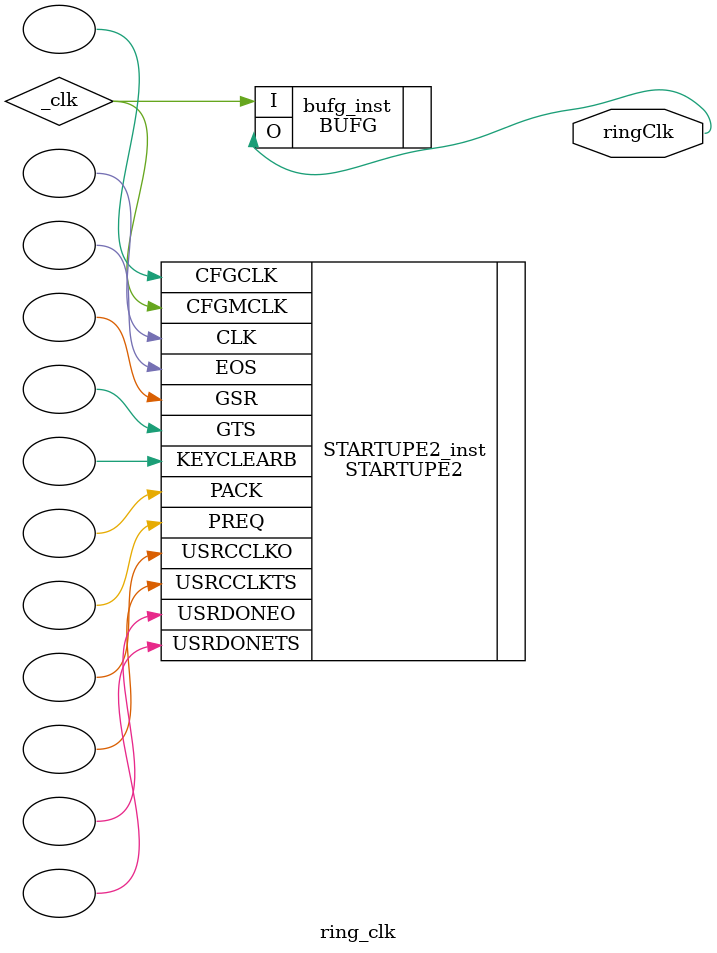
<source format=v>
`timescale 1ns / 1ps


module ring_clk(
    output ringClk
    );
    
    wire _clk;
    
    STARTUPE2 #(
   .PROG_USR("FALSE"),  // Activate program event security feature. Requires encrypted bitstreams.
   .SIM_CCLK_FREQ(0.0)  // Set the Configuration Clock Frequency(ns) for simulation.
)
    STARTUPE2_inst (
   .CFGCLK(),       // 1-bit output: Configuration main clock output
   .CFGMCLK(_clk),     // 1-bit output: Configuration internal oscillator clock output
   .EOS(),             // 1-bit output: Active high output signal indicating the End Of Startup.
   .PREQ(),           // 1-bit output: PROGRAM request to fabric output
   .CLK(),             // 1-bit input: User start-up clock input
   .GSR(),             // 1-bit input: Global Set/Reset input (GSR cannot be used for the port name)
   .GTS(),             // 1-bit input: Global 3-state input (GTS cannot be used for the port name)
   .KEYCLEARB(), // 1-bit input: Clear AES Decrypter Key input from Battery-Backed RAM (BBRAM)
   .PACK(),           // 1-bit input: PROGRAM acknowledge input
   .USRCCLKO(),   // 1-bit input: User CCLK input
                          // For Zynq-7000 devices, this input must be tied to GND
   .USRCCLKTS(), // 1-bit input: User CCLK 3-state enable input
                          // For Zynq-7000 devices, this input must be tied to VCC
   .USRDONEO(),   // 1-bit input: User DONE pin output control
   .USRDONETS()  // 1-bit input: User DONE 3-state enable output
);

BUFG bufg_inst(
    .I(_clk),
    .O(ringClk)
);
endmodule

</source>
